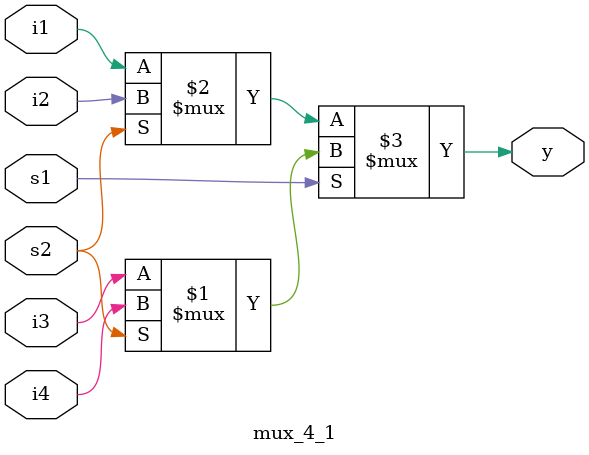
<source format=v>
module mux_4_1(input i1,i2,i3,i4,s1,s2,output y);
  assign y = s1?(s2?i4:i3):(s2?i2:i1);
endmodule

</source>
